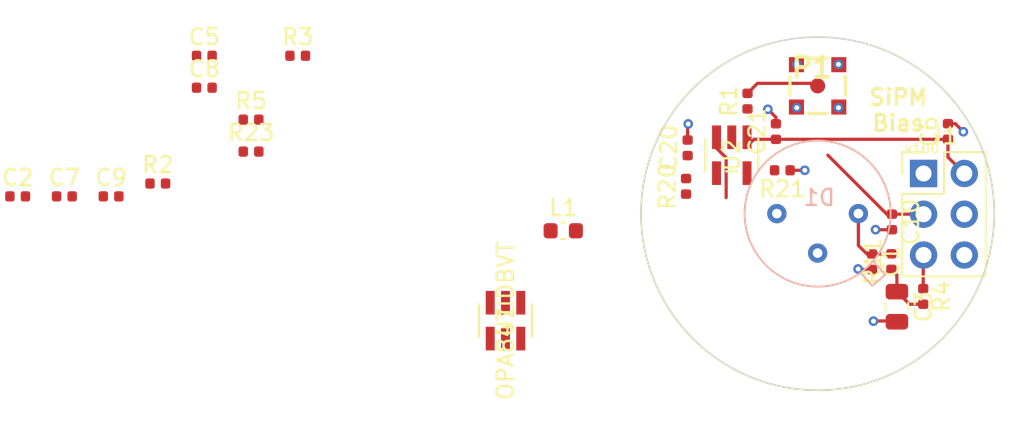
<source format=kicad_pcb>
(kicad_pcb (version 20190907) (host pcbnew "5.99.0-unknown-4135f0c~100~ubuntu18.04.1")

  (general
    (thickness 1.6)
    (drawings 7)
    (tracks 55)
    (modules 26)
    (nets 15)
  )

  (page "A4")
  (layers
    (0 "F.Cu" signal)
    (31 "B.Cu" signal)
    (32 "B.Adhes" user)
    (33 "F.Adhes" user)
    (34 "B.Paste" user)
    (35 "F.Paste" user)
    (36 "B.SilkS" user)
    (37 "F.SilkS" user)
    (38 "B.Mask" user)
    (39 "F.Mask" user)
    (40 "Dwgs.User" user)
    (41 "Cmts.User" user)
    (42 "Eco1.User" user)
    (43 "Eco2.User" user)
    (44 "Edge.Cuts" user)
    (45 "Margin" user)
    (46 "B.CrtYd" user hide)
    (47 "F.CrtYd" user hide)
    (48 "B.Fab" user)
    (49 "F.Fab" user hide)
  )

  (setup
    (last_trace_width 0.2)
    (user_trace_width 0.2)
    (user_trace_width 0.25)
    (user_trace_width 0.5)
    (trace_clearance 0.2)
    (zone_clearance 0.2)
    (zone_45_only no)
    (trace_min 0.2)
    (via_size 0.6)
    (via_drill 0.3)
    (via_min_size 0.4)
    (via_min_drill 0.3)
    (uvia_size 0.3)
    (uvia_drill 0.1)
    (uvias_allowed no)
    (uvia_min_size 0.2)
    (uvia_min_drill 0.1)
    (max_error 0.005)
    (defaults
      (edge_clearance 0.01)
      (edge_cuts_line_width 0.05)
      (courtyard_line_width 0.05)
      (copper_line_width 0.2)
      (copper_text_dims (size 1.5 1.5) (thickness 0.3))
      (silk_line_width 0.12)
      (silk_text_dims (size 1 1) (thickness 0.15))
      (other_layers_line_width 0.1)
      (other_layers_text_dims (size 1 1) (thickness 0.15))
    )
    (pad_size 1 1)
    (pad_drill 0.45)
    (pad_to_mask_clearance 0)
    (solder_mask_min_width 0.25)
    (aux_axis_origin 0 0)
    (visible_elements FFFFFF7F)
    (pcbplotparams
      (layerselection 0x010fc_ffffffff)
      (usegerberextensions false)
      (usegerberattributes false)
      (usegerberadvancedattributes false)
      (creategerberjobfile false)
      (excludeedgelayer true)
      (linewidth 0.100000)
      (plotframeref false)
      (viasonmask false)
      (mode 1)
      (useauxorigin false)
      (hpglpennumber 1)
      (hpglpenspeed 20)
      (hpglpendiameter 15.000000)
      (psnegative false)
      (psa4output false)
      (plotreference true)
      (plotvalue true)
      (plotinvisibletext false)
      (padsonsilk false)
      (subtractmaskfromsilk false)
      (outputformat 1)
      (mirror false)
      (drillshape 0)
      (scaleselection 1)
      (outputdirectory "../manufacturing/gerber/")
    )
  )

  (net 0 "")
  (net 1 "GND")
  (net 2 "/VBiasFilt")
  (net 3 "Net-(C2-Pad2)")
  (net 4 "Net-(C2-Pad1)")
  (net 5 "Net-(C3-Pad1)")
  (net 6 "VDDA")
  (net 7 "VSSA")
  (net 8 "/OUT")
  (net 9 "Net-(R1-Pad1)")
  (net 10 "Net-(R23-Pad2)")
  (net 11 "Net-(L1-Pad1)")
  (net 12 "Net-(R20-Pad1)")
  (net 13 "Net-(C7-Pad1)")
  (net 14 "+VDC")

  (net_class "Default" "This is the default net class."
    (clearance 0.2)
    (trace_width 0.2)
    (via_dia 0.6)
    (via_drill 0.3)
    (uvia_dia 0.3)
    (uvia_drill 0.1)
    (add_net "+5V")
    (add_net "+VDC")
    (add_net "/OUT")
    (add_net "/VBiasFilt")
    (add_net "GND")
    (add_net "Net-(C2-Pad1)")
    (add_net "Net-(C2-Pad2)")
    (add_net "Net-(C3-Pad1)")
    (add_net "Net-(C7-Pad1)")
    (add_net "Net-(J1-Pad4)")
    (add_net "Net-(L1-Pad1)")
    (add_net "Net-(R1-Pad1)")
    (add_net "Net-(R20-Pad1)")
    (add_net "Net-(R23-Pad2)")
    (add_net "Net-(U1-Pad5)")
    (add_net "VDDA")
    (add_net "VSSA")
  )

  (module "footprints:PinHeader_2x03_P2.54mm_Vertical" (layer "F.Cu") (tedit 59FED5CC) (tstamp 5DB9FD09)
    (at 206.6 97.5)
    (descr "Through hole straight pin header, 2x03, 2.54mm pitch, double rows")
    (tags "Through hole pin header THT 2x03 2.54mm double row")
    (path "/5DBA068E")
    (fp_text reference "J1" (at 1.27 -2.33) (layer "F.SilkS")
      (effects (font (size 1 1) (thickness 0.15)))
    )
    (fp_text value "Conn_01x06" (at 1.27 7.41) (layer "F.Fab")
      (effects (font (size 1 1) (thickness 0.15)))
    )
    (fp_line (start 0 -1.27) (end 3.81 -1.27) (layer "F.Fab") (width 0.1))
    (fp_line (start 3.81 -1.27) (end 3.81 6.35) (layer "F.Fab") (width 0.1))
    (fp_line (start 3.81 6.35) (end -1.27 6.35) (layer "F.Fab") (width 0.1))
    (fp_line (start -1.27 6.35) (end -1.27 0) (layer "F.Fab") (width 0.1))
    (fp_line (start -1.27 0) (end 0 -1.27) (layer "F.Fab") (width 0.1))
    (fp_line (start -1.33 6.41) (end 3.87 6.41) (layer "F.SilkS") (width 0.12))
    (fp_line (start -1.33 1.27) (end -1.33 6.41) (layer "F.SilkS") (width 0.12))
    (fp_line (start 3.87 -1.33) (end 3.87 6.41) (layer "F.SilkS") (width 0.12))
    (fp_line (start -1.33 1.27) (end 1.27 1.27) (layer "F.SilkS") (width 0.12))
    (fp_line (start 1.27 1.27) (end 1.27 -1.33) (layer "F.SilkS") (width 0.12))
    (fp_line (start 1.27 -1.33) (end 3.87 -1.33) (layer "F.SilkS") (width 0.12))
    (fp_line (start -1.33 0) (end -1.33 -1.33) (layer "F.SilkS") (width 0.12))
    (fp_line (start -1.33 -1.33) (end 0 -1.33) (layer "F.SilkS") (width 0.12))
    (fp_line (start -1.8 -1.8) (end -1.8 6.85) (layer "F.CrtYd") (width 0.05))
    (fp_line (start -1.8 6.85) (end 4.35 6.85) (layer "F.CrtYd") (width 0.05))
    (fp_line (start 4.35 6.85) (end 4.35 -1.8) (layer "F.CrtYd") (width 0.05))
    (fp_line (start 4.35 -1.8) (end -1.8 -1.8) (layer "F.CrtYd") (width 0.05))
    (fp_text user "%R" (at 1.27 2.54 90) (layer "F.Fab")
      (effects (font (size 1 1) (thickness 0.15)))
    )
    (pad "6" thru_hole oval (at 2.54 5.08) (size 1.7 1.7) (drill 1) (layers *.Cu *.Mask)
      (net 1 "GND"))
    (pad "5" thru_hole oval (at 0 5.08) (size 1.7 1.7) (drill 1) (layers *.Cu *.Mask)
      (net 14 "+VDC"))
    (pad "4" thru_hole oval (at 2.54 2.54) (size 1.7 1.7) (drill 1) (layers *.Cu *.Mask))
    (pad "3" thru_hole oval (at 0 2.54) (size 1.7 1.7) (drill 1) (layers *.Cu *.Mask)
      (net 7 "VSSA"))
    (pad "2" thru_hole oval (at 2.54 0) (size 1.7 1.7) (drill 1) (layers *.Cu *.Mask)
      (net 6 "VDDA"))
    (pad "1" thru_hole rect (at 0 0) (size 1.7 1.7) (drill 1) (layers *.Cu *.Mask))
    (model "${KISYS3DMOD}/Connector_PinHeader_2.54mm.3dshapes/PinHeader_2x03_P2.54mm_Vertical.wrl"
      (at (xyz 0 0 0))
      (scale (xyz 1 1 1))
      (rotate (xyz 0 0 0))
    )
  )

  (module "footprints:OPA843IDBVT" (layer "F.Cu") (tedit 5DB9EF72) (tstamp 5DB9D2AA)
    (at 194.65 96.36 -90)
    (path "/5DBB24C2")
    (fp_text reference "U2" (at 0 0 90) (layer "F.SilkS")
      (effects (font (size 1 1) (thickness 0.15)))
    )
    (fp_text value "OPA843IDBVT" (at 0 0 90) (layer "F.SilkS") hide
      (effects (font (size 1 1) (thickness 0.15)))
    )
    (fp_arc (start 0 -1.524) (end 0.3048 -1.524) (angle 180) (layer "F.Fab") (width 0.1524))
    (fp_line (start 1.1303 1.778) (end -1.1303 1.778) (layer "F.CrtYd") (width 0.1524))
    (fp_line (start 1.1303 1.4834) (end 1.1303 1.778) (layer "F.CrtYd") (width 0.1524))
    (fp_line (start 2.1082 1.4834) (end 1.1303 1.4834) (layer "F.CrtYd") (width 0.1524))
    (fp_line (start 2.1082 -1.4834) (end 2.1082 1.4834) (layer "F.CrtYd") (width 0.1524))
    (fp_line (start 1.1303 -1.4834) (end 2.1082 -1.4834) (layer "F.CrtYd") (width 0.1524))
    (fp_line (start 1.1303 -1.778) (end 1.1303 -1.4834) (layer "F.CrtYd") (width 0.1524))
    (fp_line (start -1.1303 -1.778) (end 1.1303 -1.778) (layer "F.CrtYd") (width 0.1524))
    (fp_line (start -1.1303 -1.4834) (end -1.1303 -1.778) (layer "F.CrtYd") (width 0.1524))
    (fp_line (start -2.1082 -1.4834) (end -1.1303 -1.4834) (layer "F.CrtYd") (width 0.1524))
    (fp_line (start -2.1082 1.4834) (end -2.1082 -1.4834) (layer "F.CrtYd") (width 0.1524))
    (fp_line (start -1.1303 1.4834) (end -2.1082 1.4834) (layer "F.CrtYd") (width 0.1524))
    (fp_line (start -1.1303 1.778) (end -1.1303 1.4834) (layer "F.CrtYd") (width 0.1524))
    (fp_line (start 1.4986 -1.204) (end 0.8763 -1.204) (layer "F.Fab") (width 0.1524))
    (fp_line (start 1.4986 -0.696) (end 1.4986 -1.204) (layer "F.Fab") (width 0.1524))
    (fp_line (start 0.8763 -0.696) (end 1.4986 -0.696) (layer "F.Fab") (width 0.1524))
    (fp_line (start 0.8763 -1.204) (end 0.8763 -0.696) (layer "F.Fab") (width 0.1524))
    (fp_line (start 1.4986 0.696) (end 0.8763 0.696) (layer "F.Fab") (width 0.1524))
    (fp_line (start 1.4986 1.204) (end 1.4986 0.696) (layer "F.Fab") (width 0.1524))
    (fp_line (start 0.8763 1.204) (end 1.4986 1.204) (layer "F.Fab") (width 0.1524))
    (fp_line (start 0.8763 0.696) (end 0.8763 1.204) (layer "F.Fab") (width 0.1524))
    (fp_line (start -1.4986 1.204) (end -0.8763 1.204) (layer "F.Fab") (width 0.1524))
    (fp_line (start -1.4986 0.696) (end -1.4986 1.204) (layer "F.Fab") (width 0.1524))
    (fp_line (start -0.8763 0.696) (end -1.4986 0.696) (layer "F.Fab") (width 0.1524))
    (fp_line (start -0.8763 1.204) (end -0.8763 0.696) (layer "F.Fab") (width 0.1524))
    (fp_line (start -1.4986 0.254) (end -0.8763 0.254) (layer "F.Fab") (width 0.1524))
    (fp_line (start -1.4986 -0.254) (end -1.4986 0.254) (layer "F.Fab") (width 0.1524))
    (fp_line (start -0.8763 -0.254) (end -1.4986 -0.254) (layer "F.Fab") (width 0.1524))
    (fp_line (start -0.8763 0.254) (end -0.8763 -0.254) (layer "F.Fab") (width 0.1524))
    (fp_line (start -1.4986 -0.696) (end -0.8763 -0.696) (layer "F.Fab") (width 0.1524))
    (fp_line (start -1.4986 -1.204) (end -1.4986 -0.696) (layer "F.Fab") (width 0.1524))
    (fp_line (start -0.8763 -1.204) (end -1.4986 -1.204) (layer "F.Fab") (width 0.1524))
    (fp_line (start -0.8763 -0.696) (end -0.8763 -1.204) (layer "F.Fab") (width 0.1524))
    (fp_line (start -0.8763 -1.524) (end -0.8763 1.524) (layer "F.Fab") (width 0.1524))
    (fp_line (start 0.8763 -1.524) (end -0.8763 -1.524) (layer "F.Fab") (width 0.1524))
    (fp_line (start 0.8763 1.524) (end 0.8763 -1.524) (layer "F.Fab") (width 0.1524))
    (fp_line (start -0.8763 1.524) (end 0.8763 1.524) (layer "F.Fab") (width 0.1524))
    (fp_line (start 1.0033 -1.651) (end -1.0033 -1.651) (layer "F.SilkS") (width 0.1524))
    (fp_line (start 1.0033 0.337861) (end 1.0033 -0.337861) (layer "F.SilkS") (width 0.1524))
    (fp_line (start -1.0033 1.651) (end 1.0033 1.651) (layer "F.SilkS") (width 0.1524))
    (fp_text user "*" (at -0.6223 -1.6866 90) (layer "F.Fab")
      (effects (font (size 1 1) (thickness 0.15)))
    )
    (fp_text user "*" (at -0.6223 -1.6866 90) (layer "F.Fab")
      (effects (font (size 1 1) (thickness 0.15)))
    )
    (fp_text user "Copyright 2016 Accelerated Designs. All rights reserved." (at 0 0 90) (layer "Cmts.User")
      (effects (font (size 0.127 0.127) (thickness 0.002)))
    )
    (pad "1" smd rect (at -1.1176 -0.950001 270) (size 1.4732 0.5588) (layers "F.Cu" "F.Paste" "F.Mask")
      (net 9 "Net-(R1-Pad1)"))
    (pad "2" smd rect (at -1.1176 0 270) (size 1.4732 0.5588) (layers "F.Cu" "F.Paste" "F.Mask")
      (net 7 "VSSA"))
    (pad "3" smd rect (at -1.1176 0.950001 270) (size 1.4732 0.5588) (layers "F.Cu" "F.Paste" "F.Mask")
      (net 10 "Net-(R23-Pad2)"))
    (pad "4" smd rect (at 1.1176 0.950001 270) (size 1.4732 0.5588) (layers "F.Cu" "F.Paste" "F.Mask")
      (net 12 "Net-(R20-Pad1)"))
    (pad "5" smd rect (at 1.1176 -0.950001 270) (size 1.4732 0.5588) (layers "F.Cu" "F.Paste" "F.Mask")
      (net 6 "VDDA"))
    (model "${KIPRJMOD}/step/DBV5.step"
      (at (xyz 0 0 0))
      (scale (xyz 1 1 1))
      (rotate (xyz 0 0 0))
    )
  )

  (module "footprints:OPA847IDBVT" (layer "F.Cu") (tedit 5DB9EF54) (tstamp 5DB9D276)
    (at 180.55 106.67 90)
    (path "/5DBB3064")
    (fp_text reference "U1" (at 0 0 90) (layer "F.SilkS")
      (effects (font (size 1 1) (thickness 0.15)))
    )
    (fp_text value "OPA847IDBVT" (at 0 0 90) (layer "F.SilkS")
      (effects (font (size 1 1) (thickness 0.15)))
    )
    (fp_arc (start 0 -1.524) (end 0.3048 -1.524) (angle 180) (layer "F.Fab") (width 0.1524))
    (fp_line (start -1.1303 1.4834) (end -2.1082 1.4834) (layer "F.CrtYd") (width 0.1524))
    (fp_line (start -1.1303 1.778) (end -1.1303 1.4834) (layer "F.CrtYd") (width 0.1524))
    (fp_line (start 1.1303 1.778) (end -1.1303 1.778) (layer "F.CrtYd") (width 0.1524))
    (fp_line (start 1.1303 1.4834) (end 1.1303 1.778) (layer "F.CrtYd") (width 0.1524))
    (fp_line (start 2.1082 1.4834) (end 1.1303 1.4834) (layer "F.CrtYd") (width 0.1524))
    (fp_line (start 2.1082 -1.4834) (end 2.1082 1.4834) (layer "F.CrtYd") (width 0.1524))
    (fp_line (start 1.1303 -1.4834) (end 2.1082 -1.4834) (layer "F.CrtYd") (width 0.1524))
    (fp_line (start 1.1303 -1.778) (end 1.1303 -1.4834) (layer "F.CrtYd") (width 0.1524))
    (fp_line (start -1.1303 -1.778) (end 1.1303 -1.778) (layer "F.CrtYd") (width 0.1524))
    (fp_line (start -1.1303 -1.4834) (end -1.1303 -1.778) (layer "F.CrtYd") (width 0.1524))
    (fp_line (start -2.1082 -1.4834) (end -1.1303 -1.4834) (layer "F.CrtYd") (width 0.1524))
    (fp_line (start -2.1082 1.4834) (end -2.1082 -1.4834) (layer "F.CrtYd") (width 0.1524))
    (fp_line (start -0.8763 -1.524) (end -0.8763 1.524) (layer "F.Fab") (width 0.1524))
    (fp_line (start 0.8763 -1.524) (end -0.8763 -1.524) (layer "F.Fab") (width 0.1524))
    (fp_line (start 0.8763 1.524) (end 0.8763 -1.524) (layer "F.Fab") (width 0.1524))
    (fp_line (start -0.8763 1.524) (end 0.8763 1.524) (layer "F.Fab") (width 0.1524))
    (fp_line (start 1.0033 -1.651) (end -1.0033 -1.651) (layer "F.SilkS") (width 0.1524))
    (fp_line (start -1.0033 1.651) (end 1.0033 1.651) (layer "F.SilkS") (width 0.1524))
    (fp_line (start 1.4986 -1.204) (end 0.8763 -1.204) (layer "F.Fab") (width 0.1524))
    (fp_line (start 1.4986 -0.696) (end 1.4986 -1.204) (layer "F.Fab") (width 0.1524))
    (fp_line (start 0.8763 -0.696) (end 1.4986 -0.696) (layer "F.Fab") (width 0.1524))
    (fp_line (start 0.8763 -1.204) (end 0.8763 -0.696) (layer "F.Fab") (width 0.1524))
    (fp_line (start 1.4986 -0.254) (end 0.8763 -0.254) (layer "F.Fab") (width 0.1524))
    (fp_line (start 1.4986 0.254) (end 1.4986 -0.254) (layer "F.Fab") (width 0.1524))
    (fp_line (start 0.8763 0.254) (end 1.4986 0.254) (layer "F.Fab") (width 0.1524))
    (fp_line (start 0.8763 -0.254) (end 0.8763 0.254) (layer "F.Fab") (width 0.1524))
    (fp_line (start 1.4986 0.696) (end 0.8763 0.696) (layer "F.Fab") (width 0.1524))
    (fp_line (start 1.4986 1.204) (end 1.4986 0.696) (layer "F.Fab") (width 0.1524))
    (fp_line (start 0.8763 1.204) (end 1.4986 1.204) (layer "F.Fab") (width 0.1524))
    (fp_line (start 0.8763 0.696) (end 0.8763 1.204) (layer "F.Fab") (width 0.1524))
    (fp_line (start -1.4986 1.204) (end -0.8763 1.204) (layer "F.Fab") (width 0.1524))
    (fp_line (start -1.4986 0.696) (end -1.4986 1.204) (layer "F.Fab") (width 0.1524))
    (fp_line (start -0.8763 0.696) (end -1.4986 0.696) (layer "F.Fab") (width 0.1524))
    (fp_line (start -0.8763 1.204) (end -0.8763 0.696) (layer "F.Fab") (width 0.1524))
    (fp_line (start -1.4986 0.254) (end -0.8763 0.254) (layer "F.Fab") (width 0.1524))
    (fp_line (start -1.4986 -0.254) (end -1.4986 0.254) (layer "F.Fab") (width 0.1524))
    (fp_line (start -0.8763 -0.254) (end -1.4986 -0.254) (layer "F.Fab") (width 0.1524))
    (fp_line (start -0.8763 0.254) (end -0.8763 -0.254) (layer "F.Fab") (width 0.1524))
    (fp_line (start -1.4986 -0.696) (end -0.8763 -0.696) (layer "F.Fab") (width 0.1524))
    (fp_line (start -1.4986 -1.204) (end -1.4986 -0.696) (layer "F.Fab") (width 0.1524))
    (fp_line (start -0.8763 -1.204) (end -1.4986 -1.204) (layer "F.Fab") (width 0.1524))
    (fp_line (start -0.8763 -0.696) (end -0.8763 -1.204) (layer "F.Fab") (width 0.1524))
    (fp_text user "*" (at -0.4953 -1.4478 90) (layer "F.Fab")
      (effects (font (size 1 1) (thickness 0.15)))
    )
    (fp_text user "*" (at -0.4953 -1.4478 90) (layer "F.Fab")
      (effects (font (size 1 1) (thickness 0.15)))
    )
    (fp_text user "Copyright 2016 Accelerated Designs. All rights reserved." (at 0 0 90) (layer "Cmts.User")
      (effects (font (size 0.127 0.127) (thickness 0.002)))
    )
    (pad "1" smd rect (at -1.1176 -0.950001 90) (size 1.4732 0.5588) (layers "F.Cu" "F.Paste" "F.Mask")
      (net 3 "Net-(C2-Pad2)"))
    (pad "2" smd rect (at -1.1176 0 90) (size 1.4732 0.5588) (layers "F.Cu" "F.Paste" "F.Mask")
      (net 7 "VSSA"))
    (pad "3" smd rect (at -1.1176 0.950001 90) (size 1.4732 0.5588) (layers "F.Cu" "F.Paste" "F.Mask")
      (net 13 "Net-(C7-Pad1)"))
    (pad "4" smd rect (at 1.1176 0.950001 90) (size 1.4732 0.5588) (layers "F.Cu" "F.Paste" "F.Mask")
      (net 4 "Net-(C2-Pad1)"))
    (pad "5" smd rect (at 1.1176 0 90) (size 1.4732 0.5588) (layers "F.Cu" "F.Paste" "F.Mask"))
    (pad "6" smd rect (at 1.1176 -0.950001 90) (size 1.4732 0.5588) (layers "F.Cu" "F.Paste" "F.Mask")
      (net 6 "VDDA"))
    (model "${KIPRJMOD}/step/DBV6.step"
      (at (xyz 0 0 0))
      (scale (xyz 1 1 1))
      (rotate (xyz 0 0 0))
    )
  )

  (module "footprints:R_0402_1005Metric" (layer "F.Cu") (tedit 5DB9F04F) (tstamp 5DB9CAE1)
    (at 164.695001 96.135001)
    (descr "Resistor SMD 0402 (1005 Metric), square (rectangular) end terminal, IPC_7351 nominal, (Body size source: http://www.tortai-tech.com/upload/download/2011102023233369053.pdf), generated with kicad-footprint-generator")
    (tags "resistor")
    (path "/5DBFFA95")
    (attr smd)
    (fp_text reference "R23" (at 0 -1.17) (layer "F.SilkS")
      (effects (font (size 1 1) (thickness 0.15)))
    )
    (fp_text value "220" (at 0 1.17) (layer "F.Fab")
      (effects (font (size 1 1) (thickness 0.15)))
    )
    (fp_line (start -0.5 0.25) (end -0.5 -0.25) (layer "F.Fab") (width 0.1))
    (fp_line (start -0.5 -0.25) (end 0.5 -0.25) (layer "F.Fab") (width 0.1))
    (fp_line (start 0.5 -0.25) (end 0.5 0.25) (layer "F.Fab") (width 0.1))
    (fp_line (start 0.5 0.25) (end -0.5 0.25) (layer "F.Fab") (width 0.1))
    (fp_line (start -0.93 0.47) (end -0.93 -0.47) (layer "F.CrtYd") (width 0.05))
    (fp_line (start -0.93 -0.47) (end 0.93 -0.47) (layer "F.CrtYd") (width 0.05))
    (fp_line (start 0.93 -0.47) (end 0.93 0.47) (layer "F.CrtYd") (width 0.05))
    (fp_line (start 0.93 0.47) (end -0.93 0.47) (layer "F.CrtYd") (width 0.05))
    (fp_text user "%R" (at 0 0) (layer "F.Fab")
      (effects (font (size 0.25 0.25) (thickness 0.04)))
    )
    (pad "2" smd roundrect (at 0.485 0) (size 0.59 0.64) (layers "F.Cu" "F.Paste" "F.Mask") (roundrect_rratio 0.25)
      (net 10 "Net-(R23-Pad2)"))
    (pad "1" smd roundrect (at -0.485 0) (size 0.59 0.64) (layers "F.Cu" "F.Paste" "F.Mask") (roundrect_rratio 0.25)
      (net 3 "Net-(C2-Pad2)"))
    (model "${KIPRJMOD}/step/R_0402_1005Metric.step"
      (at (xyz 0 0 0))
      (scale (xyz 1 1 1))
      (rotate (xyz 0 0 0))
    )
  )

  (module "footprints:R_0402_1005Metric" (layer "F.Cu") (tedit 5DB9F04F) (tstamp 5DB9CAD2)
    (at 197.8 97.3 180)
    (descr "Resistor SMD 0402 (1005 Metric), square (rectangular) end terminal, IPC_7351 nominal, (Body size source: http://www.tortai-tech.com/upload/download/2011102023233369053.pdf), generated with kicad-footprint-generator")
    (tags "resistor")
    (path "/5DC3EC05")
    (attr smd)
    (fp_text reference "R21" (at 0 -1.17) (layer "F.SilkS")
      (effects (font (size 1 1) (thickness 0.15)))
    )
    (fp_text value "422" (at 0 1.17) (layer "F.Fab")
      (effects (font (size 1 1) (thickness 0.15)))
    )
    (fp_line (start -0.5 0.25) (end -0.5 -0.25) (layer "F.Fab") (width 0.1))
    (fp_line (start -0.5 -0.25) (end 0.5 -0.25) (layer "F.Fab") (width 0.1))
    (fp_line (start 0.5 -0.25) (end 0.5 0.25) (layer "F.Fab") (width 0.1))
    (fp_line (start 0.5 0.25) (end -0.5 0.25) (layer "F.Fab") (width 0.1))
    (fp_line (start -0.93 0.47) (end -0.93 -0.47) (layer "F.CrtYd") (width 0.05))
    (fp_line (start -0.93 -0.47) (end 0.93 -0.47) (layer "F.CrtYd") (width 0.05))
    (fp_line (start 0.93 -0.47) (end 0.93 0.47) (layer "F.CrtYd") (width 0.05))
    (fp_line (start 0.93 0.47) (end -0.93 0.47) (layer "F.CrtYd") (width 0.05))
    (fp_text user "%R" (at 0 0) (layer "F.Fab")
      (effects (font (size 0.25 0.25) (thickness 0.04)))
    )
    (pad "2" smd roundrect (at 0.485 0 180) (size 0.59 0.64) (layers "F.Cu" "F.Paste" "F.Mask") (roundrect_rratio 0.25)
      (net 12 "Net-(R20-Pad1)"))
    (pad "1" smd roundrect (at -0.485 0 180) (size 0.59 0.64) (layers "F.Cu" "F.Paste" "F.Mask") (roundrect_rratio 0.25)
      (net 1 "GND"))
    (model "${KIPRJMOD}/step/R_0402_1005Metric.step"
      (at (xyz 0 0 0))
      (scale (xyz 1 1 1))
      (rotate (xyz 0 0 0))
    )
  )

  (module "footprints:R_0402_1005Metric" (layer "F.Cu") (tedit 5DB9F04F) (tstamp 5DBA1437)
    (at 191.8 98.3 90)
    (descr "Resistor SMD 0402 (1005 Metric), square (rectangular) end terminal, IPC_7351 nominal, (Body size source: http://www.tortai-tech.com/upload/download/2011102023233369053.pdf), generated with kicad-footprint-generator")
    (tags "resistor")
    (path "/5DC3EBFF")
    (attr smd)
    (fp_text reference "R20" (at 0 -1.17 90) (layer "F.SilkS")
      (effects (font (size 1 1) (thickness 0.15)))
    )
    (fp_text value "422" (at 0 1.17 90) (layer "F.Fab")
      (effects (font (size 1 1) (thickness 0.15)))
    )
    (fp_line (start -0.5 0.25) (end -0.5 -0.25) (layer "F.Fab") (width 0.1))
    (fp_line (start -0.5 -0.25) (end 0.5 -0.25) (layer "F.Fab") (width 0.1))
    (fp_line (start 0.5 -0.25) (end 0.5 0.25) (layer "F.Fab") (width 0.1))
    (fp_line (start 0.5 0.25) (end -0.5 0.25) (layer "F.Fab") (width 0.1))
    (fp_line (start -0.93 0.47) (end -0.93 -0.47) (layer "F.CrtYd") (width 0.05))
    (fp_line (start -0.93 -0.47) (end 0.93 -0.47) (layer "F.CrtYd") (width 0.05))
    (fp_line (start 0.93 -0.47) (end 0.93 0.47) (layer "F.CrtYd") (width 0.05))
    (fp_line (start 0.93 0.47) (end -0.93 0.47) (layer "F.CrtYd") (width 0.05))
    (fp_text user "%R" (at 0 0 90) (layer "F.Fab")
      (effects (font (size 0.25 0.25) (thickness 0.04)))
    )
    (pad "2" smd roundrect (at 0.485 0 90) (size 0.59 0.64) (layers "F.Cu" "F.Paste" "F.Mask") (roundrect_rratio 0.25)
      (net 9 "Net-(R1-Pad1)"))
    (pad "1" smd roundrect (at -0.485 0 90) (size 0.59 0.64) (layers "F.Cu" "F.Paste" "F.Mask") (roundrect_rratio 0.25)
      (net 12 "Net-(R20-Pad1)"))
    (model "${KIPRJMOD}/step/R_0402_1005Metric.step"
      (at (xyz 0 0 0))
      (scale (xyz 1 1 1))
      (rotate (xyz 0 0 0))
    )
  )

  (module "footprints:R_0402_1005Metric" (layer "F.Cu") (tedit 5DB9F04F) (tstamp 5DB9CAB4)
    (at 204.59 102.99 90)
    (descr "Resistor SMD 0402 (1005 Metric), square (rectangular) end terminal, IPC_7351 nominal, (Body size source: http://www.tortai-tech.com/upload/download/2011102023233369053.pdf), generated with kicad-footprint-generator")
    (tags "resistor")
    (path "/5DBC3104")
    (attr smd)
    (fp_text reference "R11" (at 0 -1.17 90) (layer "F.SilkS")
      (effects (font (size 1 1) (thickness 0.15)))
    )
    (fp_text value "36" (at 0 1.17 90) (layer "F.Fab")
      (effects (font (size 1 1) (thickness 0.15)))
    )
    (fp_line (start -0.5 0.25) (end -0.5 -0.25) (layer "F.Fab") (width 0.1))
    (fp_line (start -0.5 -0.25) (end 0.5 -0.25) (layer "F.Fab") (width 0.1))
    (fp_line (start 0.5 -0.25) (end 0.5 0.25) (layer "F.Fab") (width 0.1))
    (fp_line (start 0.5 0.25) (end -0.5 0.25) (layer "F.Fab") (width 0.1))
    (fp_line (start -0.93 0.47) (end -0.93 -0.47) (layer "F.CrtYd") (width 0.05))
    (fp_line (start -0.93 -0.47) (end 0.93 -0.47) (layer "F.CrtYd") (width 0.05))
    (fp_line (start 0.93 -0.47) (end 0.93 0.47) (layer "F.CrtYd") (width 0.05))
    (fp_line (start 0.93 0.47) (end -0.93 0.47) (layer "F.CrtYd") (width 0.05))
    (fp_text user "%R" (at 0 0 90) (layer "F.Fab")
      (effects (font (size 0.25 0.25) (thickness 0.04)))
    )
    (pad "2" smd roundrect (at 0.485 0 90) (size 0.59 0.64) (layers "F.Cu" "F.Paste" "F.Mask") (roundrect_rratio 0.25)
      (net 2 "/VBiasFilt"))
    (pad "1" smd roundrect (at -0.485 0 90) (size 0.59 0.64) (layers "F.Cu" "F.Paste" "F.Mask") (roundrect_rratio 0.25)
      (net 5 "Net-(C3-Pad1)"))
    (model "${KIPRJMOD}/step/R_0402_1005Metric.step"
      (at (xyz 0 0 0))
      (scale (xyz 1 1 1))
      (rotate (xyz 0 0 0))
    )
  )

  (module "footprints:R_0402_1005Metric" (layer "F.Cu") (tedit 5DB9F04F) (tstamp 5DB9CAA5)
    (at 164.695001 94.145001)
    (descr "Resistor SMD 0402 (1005 Metric), square (rectangular) end terminal, IPC_7351 nominal, (Body size source: http://www.tortai-tech.com/upload/download/2011102023233369053.pdf), generated with kicad-footprint-generator")
    (tags "resistor")
    (path "/5DC01001")
    (attr smd)
    (fp_text reference "R5" (at 0 -1.17) (layer "F.SilkS")
      (effects (font (size 1 1) (thickness 0.15)))
    )
    (fp_text value "28" (at 0 1.17) (layer "F.Fab")
      (effects (font (size 1 1) (thickness 0.15)))
    )
    (fp_line (start -0.5 0.25) (end -0.5 -0.25) (layer "F.Fab") (width 0.1))
    (fp_line (start -0.5 -0.25) (end 0.5 -0.25) (layer "F.Fab") (width 0.1))
    (fp_line (start 0.5 -0.25) (end 0.5 0.25) (layer "F.Fab") (width 0.1))
    (fp_line (start 0.5 0.25) (end -0.5 0.25) (layer "F.Fab") (width 0.1))
    (fp_line (start -0.93 0.47) (end -0.93 -0.47) (layer "F.CrtYd") (width 0.05))
    (fp_line (start -0.93 -0.47) (end 0.93 -0.47) (layer "F.CrtYd") (width 0.05))
    (fp_line (start 0.93 -0.47) (end 0.93 0.47) (layer "F.CrtYd") (width 0.05))
    (fp_line (start 0.93 0.47) (end -0.93 0.47) (layer "F.CrtYd") (width 0.05))
    (fp_text user "%R" (at 0 0) (layer "F.Fab")
      (effects (font (size 0.25 0.25) (thickness 0.04)))
    )
    (pad "2" smd roundrect (at 0.485 0) (size 0.59 0.64) (layers "F.Cu" "F.Paste" "F.Mask") (roundrect_rratio 0.25)
      (net 10 "Net-(R23-Pad2)"))
    (pad "1" smd roundrect (at -0.485 0) (size 0.59 0.64) (layers "F.Cu" "F.Paste" "F.Mask") (roundrect_rratio 0.25)
      (net 11 "Net-(L1-Pad1)"))
    (model "${KIPRJMOD}/step/R_0402_1005Metric.step"
      (at (xyz 0 0 0))
      (scale (xyz 1 1 1))
      (rotate (xyz 0 0 0))
    )
  )

  (module "footprints:R_0402_1005Metric" (layer "F.Cu") (tedit 5DB9F04F) (tstamp 5DB9CA96)
    (at 206.58 105.16 -90)
    (descr "Resistor SMD 0402 (1005 Metric), square (rectangular) end terminal, IPC_7351 nominal, (Body size source: http://www.tortai-tech.com/upload/download/2011102023233369053.pdf), generated with kicad-footprint-generator")
    (tags "resistor")
    (path "/5DBC2945")
    (attr smd)
    (fp_text reference "R4" (at 0 -1.17 90) (layer "F.SilkS")
      (effects (font (size 1 1) (thickness 0.15)))
    )
    (fp_text value "36" (at 0 1.17 90) (layer "F.Fab")
      (effects (font (size 1 1) (thickness 0.15)))
    )
    (fp_line (start -0.5 0.25) (end -0.5 -0.25) (layer "F.Fab") (width 0.1))
    (fp_line (start -0.5 -0.25) (end 0.5 -0.25) (layer "F.Fab") (width 0.1))
    (fp_line (start 0.5 -0.25) (end 0.5 0.25) (layer "F.Fab") (width 0.1))
    (fp_line (start 0.5 0.25) (end -0.5 0.25) (layer "F.Fab") (width 0.1))
    (fp_line (start -0.93 0.47) (end -0.93 -0.47) (layer "F.CrtYd") (width 0.05))
    (fp_line (start -0.93 -0.47) (end 0.93 -0.47) (layer "F.CrtYd") (width 0.05))
    (fp_line (start 0.93 -0.47) (end 0.93 0.47) (layer "F.CrtYd") (width 0.05))
    (fp_line (start 0.93 0.47) (end -0.93 0.47) (layer "F.CrtYd") (width 0.05))
    (fp_text user "%R" (at 0 0 90) (layer "F.Fab")
      (effects (font (size 0.25 0.25) (thickness 0.04)))
    )
    (pad "2" smd roundrect (at 0.485 0 270) (size 0.59 0.64) (layers "F.Cu" "F.Paste" "F.Mask") (roundrect_rratio 0.25)
      (net 5 "Net-(C3-Pad1)"))
    (pad "1" smd roundrect (at -0.485 0 270) (size 0.59 0.64) (layers "F.Cu" "F.Paste" "F.Mask") (roundrect_rratio 0.25)
      (net 14 "+VDC"))
    (model "${KIPRJMOD}/step/R_0402_1005Metric.step"
      (at (xyz 0 0 0))
      (scale (xyz 1 1 1))
      (rotate (xyz 0 0 0))
    )
  )

  (module "footprints:R_0402_1005Metric" (layer "F.Cu") (tedit 5DB9F04F) (tstamp 5DB9CA87)
    (at 167.605001 90.165001)
    (descr "Resistor SMD 0402 (1005 Metric), square (rectangular) end terminal, IPC_7351 nominal, (Body size source: http://www.tortai-tech.com/upload/download/2011102023233369053.pdf), generated with kicad-footprint-generator")
    (tags "resistor")
    (path "/5DBE81D1")
    (attr smd)
    (fp_text reference "R3" (at 0 -1.17) (layer "F.SilkS")
      (effects (font (size 1 1) (thickness 0.15)))
    )
    (fp_text value "1.5k" (at 0 1.17) (layer "F.Fab")
      (effects (font (size 1 1) (thickness 0.15)))
    )
    (fp_line (start -0.5 0.25) (end -0.5 -0.25) (layer "F.Fab") (width 0.1))
    (fp_line (start -0.5 -0.25) (end 0.5 -0.25) (layer "F.Fab") (width 0.1))
    (fp_line (start 0.5 -0.25) (end 0.5 0.25) (layer "F.Fab") (width 0.1))
    (fp_line (start 0.5 0.25) (end -0.5 0.25) (layer "F.Fab") (width 0.1))
    (fp_line (start -0.93 0.47) (end -0.93 -0.47) (layer "F.CrtYd") (width 0.05))
    (fp_line (start -0.93 -0.47) (end 0.93 -0.47) (layer "F.CrtYd") (width 0.05))
    (fp_line (start 0.93 -0.47) (end 0.93 0.47) (layer "F.CrtYd") (width 0.05))
    (fp_line (start 0.93 0.47) (end -0.93 0.47) (layer "F.CrtYd") (width 0.05))
    (fp_text user "%R" (at 0 0) (layer "F.Fab")
      (effects (font (size 0.25 0.25) (thickness 0.04)))
    )
    (pad "2" smd roundrect (at 0.485 0) (size 0.59 0.64) (layers "F.Cu" "F.Paste" "F.Mask") (roundrect_rratio 0.25)
      (net 13 "Net-(C7-Pad1)"))
    (pad "1" smd roundrect (at -0.485 0) (size 0.59 0.64) (layers "F.Cu" "F.Paste" "F.Mask") (roundrect_rratio 0.25)
      (net 1 "GND"))
    (model "${KIPRJMOD}/step/R_0402_1005Metric.step"
      (at (xyz 0 0 0))
      (scale (xyz 1 1 1))
      (rotate (xyz 0 0 0))
    )
  )

  (module "footprints:R_0402_1005Metric" (layer "F.Cu") (tedit 5DB9F04F) (tstamp 5DB9CA78)
    (at 158.885001 98.125001)
    (descr "Resistor SMD 0402 (1005 Metric), square (rectangular) end terminal, IPC_7351 nominal, (Body size source: http://www.tortai-tech.com/upload/download/2011102023233369053.pdf), generated with kicad-footprint-generator")
    (tags "resistor")
    (path "/5DBD7F8F")
    (attr smd)
    (fp_text reference "R2" (at 0 -1.17) (layer "F.SilkS")
      (effects (font (size 1 1) (thickness 0.15)))
    )
    (fp_text value "1.5k" (at 0 1.17) (layer "F.Fab")
      (effects (font (size 1 1) (thickness 0.15)))
    )
    (fp_line (start -0.5 0.25) (end -0.5 -0.25) (layer "F.Fab") (width 0.1))
    (fp_line (start -0.5 -0.25) (end 0.5 -0.25) (layer "F.Fab") (width 0.1))
    (fp_line (start 0.5 -0.25) (end 0.5 0.25) (layer "F.Fab") (width 0.1))
    (fp_line (start 0.5 0.25) (end -0.5 0.25) (layer "F.Fab") (width 0.1))
    (fp_line (start -0.93 0.47) (end -0.93 -0.47) (layer "F.CrtYd") (width 0.05))
    (fp_line (start -0.93 -0.47) (end 0.93 -0.47) (layer "F.CrtYd") (width 0.05))
    (fp_line (start 0.93 -0.47) (end 0.93 0.47) (layer "F.CrtYd") (width 0.05))
    (fp_line (start 0.93 0.47) (end -0.93 0.47) (layer "F.CrtYd") (width 0.05))
    (fp_text user "%R" (at 0 0) (layer "F.Fab")
      (effects (font (size 0.25 0.25) (thickness 0.04)))
    )
    (pad "2" smd roundrect (at 0.485 0) (size 0.59 0.64) (layers "F.Cu" "F.Paste" "F.Mask") (roundrect_rratio 0.25)
      (net 3 "Net-(C2-Pad2)"))
    (pad "1" smd roundrect (at -0.485 0) (size 0.59 0.64) (layers "F.Cu" "F.Paste" "F.Mask") (roundrect_rratio 0.25)
      (net 4 "Net-(C2-Pad1)"))
    (model "${KIPRJMOD}/step/R_0402_1005Metric.step"
      (at (xyz 0 0 0))
      (scale (xyz 1 1 1))
      (rotate (xyz 0 0 0))
    )
  )

  (module "footprints:R_0402_1005Metric" (layer "F.Cu") (tedit 5DB9F04F) (tstamp 5DB9CA69)
    (at 195.63 92.99 90)
    (descr "Resistor SMD 0402 (1005 Metric), square (rectangular) end terminal, IPC_7351 nominal, (Body size source: http://www.tortai-tech.com/upload/download/2011102023233369053.pdf), generated with kicad-footprint-generator")
    (tags "resistor")
    (path "/5DC497F6")
    (attr smd)
    (fp_text reference "R1" (at 0 -1.17 90) (layer "F.SilkS")
      (effects (font (size 1 1) (thickness 0.15)))
    )
    (fp_text value "49.9" (at 0 1.17 90) (layer "F.Fab")
      (effects (font (size 1 1) (thickness 0.15)))
    )
    (fp_line (start -0.5 0.25) (end -0.5 -0.25) (layer "F.Fab") (width 0.1))
    (fp_line (start -0.5 -0.25) (end 0.5 -0.25) (layer "F.Fab") (width 0.1))
    (fp_line (start 0.5 -0.25) (end 0.5 0.25) (layer "F.Fab") (width 0.1))
    (fp_line (start 0.5 0.25) (end -0.5 0.25) (layer "F.Fab") (width 0.1))
    (fp_line (start -0.93 0.47) (end -0.93 -0.47) (layer "F.CrtYd") (width 0.05))
    (fp_line (start -0.93 -0.47) (end 0.93 -0.47) (layer "F.CrtYd") (width 0.05))
    (fp_line (start 0.93 -0.47) (end 0.93 0.47) (layer "F.CrtYd") (width 0.05))
    (fp_line (start 0.93 0.47) (end -0.93 0.47) (layer "F.CrtYd") (width 0.05))
    (fp_text user "%R" (at 0 0 90) (layer "F.Fab")
      (effects (font (size 0.25 0.25) (thickness 0.04)))
    )
    (pad "2" smd roundrect (at 0.485 0 90) (size 0.59 0.64) (layers "F.Cu" "F.Paste" "F.Mask") (roundrect_rratio 0.25)
      (net 8 "/OUT"))
    (pad "1" smd roundrect (at -0.485 0 90) (size 0.59 0.64) (layers "F.Cu" "F.Paste" "F.Mask") (roundrect_rratio 0.25)
      (net 9 "Net-(R1-Pad1)"))
    (model "${KIPRJMOD}/step/R_0402_1005Metric.step"
      (at (xyz 0 0 0))
      (scale (xyz 1 1 1))
      (rotate (xyz 0 0 0))
    )
  )

  (module "footprints:73415-2063" (layer "F.Cu") (tedit 5DB9E5D5) (tstamp 5DB9E96C)
    (at 200 92.04)
    (descr "73415-2063")
    (tags "Connector")
    (path "/5DB9EB58")
    (attr smd)
    (fp_text reference "P1" (at -0.365 -1.136) (layer "F.SilkS")
      (effects (font (size 1.27 1.27) (thickness 0.254)))
    )
    (fp_text value "73415-2061" (at -0.365 -1.136) (layer "F.SilkS") hide
      (effects (font (size 1.27 1.27) (thickness 0.254)))
    )
    (fp_text user "%R" (at -0.365 -1.136) (layer "F.Fab")
      (effects (font (size 1.27 1.27) (thickness 0.254)))
    )
    (fp_line (start -1.725 -1.725) (end 1.725 -1.725) (layer "F.Fab") (width 0.2))
    (fp_line (start 1.725 -1.725) (end 1.725 1.725) (layer "F.Fab") (width 0.2))
    (fp_line (start 1.725 1.725) (end -1.725 1.725) (layer "F.Fab") (width 0.2))
    (fp_line (start -1.725 1.725) (end -1.725 -1.725) (layer "F.Fab") (width 0.2))
    (fp_line (start -1.725 -0.6) (end -1.725 0.6) (layer "F.SilkS") (width 0.2))
    (fp_line (start -0.6 1.725) (end 0.6 1.725) (layer "F.SilkS") (width 0.2))
    (fp_line (start 1.725 -0.6) (end 1.725 0.6) (layer "F.SilkS") (width 0.2))
    (fp_line (start -0.6 -1.725) (end 0.6 -1.725) (layer "F.SilkS") (width 0.2))
    (pad "5" smd rect (at -1.32 -1.32 90) (size 0.94 0.94) (layers "F.Cu" "F.Paste" "F.Mask")
      (net 1 "GND"))
    (pad "4" smd rect (at 1.32 -1.32 90) (size 0.94 0.94) (layers "F.Cu" "F.Paste" "F.Mask")
      (net 1 "GND"))
    (pad "3" smd rect (at 1.32 1.32 90) (size 0.94 0.94) (layers "F.Cu" "F.Paste" "F.Mask")
      (net 1 "GND"))
    (pad "2" smd rect (at -1.32 1.32 90) (size 0.94 0.94) (layers "F.Cu" "F.Paste" "F.Mask")
      (net 1 "GND"))
    (pad "1" smd circle (at 0 0 90) (size 0.94 0.94) (layers "F.Cu" "F.Paste" "F.Mask")
      (net 8 "/OUT"))
    (model "${KIPRJMOD}/step/73415-2061.stp"
      (offset (xyz 0 0 5))
      (scale (xyz 1 1 1))
      (rotate (xyz 0 0 0))
    )
  )

  (module "footprints:L_0603_1608Metric" (layer "F.Cu") (tedit 5DB9F043) (tstamp 5DB9D90A)
    (at 184.15 101.07)
    (descr "Inductor SMD 0603 (1608 Metric), square (rectangular) end terminal, IPC_7351 nominal, (Body size source: http://www.tortai-tech.com/upload/download/2011102023233369053.pdf), generated with kicad-footprint-generator")
    (tags "inductor")
    (path "/5DBFEF84")
    (attr smd)
    (fp_text reference "L1" (at 0 -1.43) (layer "F.SilkS")
      (effects (font (size 1 1) (thickness 0.15)))
    )
    (fp_text value "0.47uH" (at 0 1.43) (layer "F.Fab")
      (effects (font (size 1 1) (thickness 0.15)))
    )
    (fp_line (start -0.8 0.4) (end -0.8 -0.4) (layer "F.Fab") (width 0.1))
    (fp_line (start -0.8 -0.4) (end 0.8 -0.4) (layer "F.Fab") (width 0.1))
    (fp_line (start 0.8 -0.4) (end 0.8 0.4) (layer "F.Fab") (width 0.1))
    (fp_line (start 0.8 0.4) (end -0.8 0.4) (layer "F.Fab") (width 0.1))
    (fp_line (start -0.162779 -0.51) (end 0.162779 -0.51) (layer "F.SilkS") (width 0.12))
    (fp_line (start -0.162779 0.51) (end 0.162779 0.51) (layer "F.SilkS") (width 0.12))
    (fp_line (start -1.48 0.73) (end -1.48 -0.73) (layer "F.CrtYd") (width 0.05))
    (fp_line (start -1.48 -0.73) (end 1.48 -0.73) (layer "F.CrtYd") (width 0.05))
    (fp_line (start 1.48 -0.73) (end 1.48 0.73) (layer "F.CrtYd") (width 0.05))
    (fp_line (start 1.48 0.73) (end -1.48 0.73) (layer "F.CrtYd") (width 0.05))
    (fp_text user "%R" (at 0 0) (layer "F.Fab")
      (effects (font (size 0.4 0.4) (thickness 0.06)))
    )
    (pad "2" smd roundrect (at 0.7875 0) (size 0.875 0.95) (layers "F.Cu" "F.Paste" "F.Mask") (roundrect_rratio 0.25)
      (net 1 "GND"))
    (pad "1" smd roundrect (at -0.7875 0) (size 0.875 0.95) (layers "F.Cu" "F.Paste" "F.Mask") (roundrect_rratio 0.25)
      (net 11 "Net-(L1-Pad1)"))
    (model "${KIPRJMOD}/step/L_0603_1608Metric.step"
      (at (xyz 0 0 0))
      (scale (xyz 1 1 1))
      (rotate (xyz 0 0 0))
    )
  )

  (module "footprints:C_0402_1005Metric" (layer "F.Cu") (tedit 5DB9F01B) (tstamp 5DB9CA3F)
    (at 197.4 94.885 90)
    (descr "Capacitor SMD 0402 (1005 Metric), square (rectangular) end terminal, IPC_7351 nominal, (Body size source: http://www.tortai-tech.com/upload/download/2011102023233369053.pdf), generated with kicad-footprint-generator")
    (tags "capacitor")
    (path "/5DC38A77")
    (attr smd)
    (fp_text reference "C21" (at 0 -1.17 90) (layer "F.SilkS")
      (effects (font (size 1 1) (thickness 0.15)))
    )
    (fp_text value "0.1u" (at 0 1.17 90) (layer "F.Fab")
      (effects (font (size 1 1) (thickness 0.15)))
    )
    (fp_text user "%R" (at 0 0 90) (layer "F.Fab")
      (effects (font (size 0.25 0.25) (thickness 0.04)))
    )
    (fp_line (start 0.93 0.47) (end -0.93 0.47) (layer "F.CrtYd") (width 0.05))
    (fp_line (start 0.93 -0.47) (end 0.93 0.47) (layer "F.CrtYd") (width 0.05))
    (fp_line (start -0.93 -0.47) (end 0.93 -0.47) (layer "F.CrtYd") (width 0.05))
    (fp_line (start -0.93 0.47) (end -0.93 -0.47) (layer "F.CrtYd") (width 0.05))
    (fp_line (start 0.5 0.25) (end -0.5 0.25) (layer "F.Fab") (width 0.1))
    (fp_line (start 0.5 -0.25) (end 0.5 0.25) (layer "F.Fab") (width 0.1))
    (fp_line (start -0.5 -0.25) (end 0.5 -0.25) (layer "F.Fab") (width 0.1))
    (fp_line (start -0.5 0.25) (end -0.5 -0.25) (layer "F.Fab") (width 0.1))
    (pad "1" smd roundrect (at -0.485 0 90) (size 0.59 0.64) (layers "F.Cu" "F.Paste" "F.Mask") (roundrect_rratio 0.25)
      (net 6 "VDDA"))
    (pad "2" smd roundrect (at 0.485 0 90) (size 0.59 0.64) (layers "F.Cu" "F.Paste" "F.Mask") (roundrect_rratio 0.25)
      (net 1 "GND"))
    (model "${KIPRJMOD}/step/C_0402_1005Metric.step"
      (at (xyz 0 0 0))
      (scale (xyz 1 1 1))
      (rotate (xyz 0 0 0))
    )
  )

  (module "footprints:C_0402_1005Metric" (layer "F.Cu") (tedit 5DB9F01B) (tstamp 5DB9CA30)
    (at 191.9 95.9 90)
    (descr "Capacitor SMD 0402 (1005 Metric), square (rectangular) end terminal, IPC_7351 nominal, (Body size source: http://www.tortai-tech.com/upload/download/2011102023233369053.pdf), generated with kicad-footprint-generator")
    (tags "capacitor")
    (path "/5DC38A65")
    (attr smd)
    (fp_text reference "C20" (at 0 -1.17 90) (layer "F.SilkS")
      (effects (font (size 1 1) (thickness 0.15)))
    )
    (fp_text value "0.1u" (at 0 1.17 90) (layer "F.Fab")
      (effects (font (size 1 1) (thickness 0.15)))
    )
    (fp_text user "%R" (at 0 0 90) (layer "F.Fab")
      (effects (font (size 0.25 0.25) (thickness 0.04)))
    )
    (fp_line (start 0.93 0.47) (end -0.93 0.47) (layer "F.CrtYd") (width 0.05))
    (fp_line (start 0.93 -0.47) (end 0.93 0.47) (layer "F.CrtYd") (width 0.05))
    (fp_line (start -0.93 -0.47) (end 0.93 -0.47) (layer "F.CrtYd") (width 0.05))
    (fp_line (start -0.93 0.47) (end -0.93 -0.47) (layer "F.CrtYd") (width 0.05))
    (fp_line (start 0.5 0.25) (end -0.5 0.25) (layer "F.Fab") (width 0.1))
    (fp_line (start 0.5 -0.25) (end 0.5 0.25) (layer "F.Fab") (width 0.1))
    (fp_line (start -0.5 -0.25) (end 0.5 -0.25) (layer "F.Fab") (width 0.1))
    (fp_line (start -0.5 0.25) (end -0.5 -0.25) (layer "F.Fab") (width 0.1))
    (pad "1" smd roundrect (at -0.485 0 90) (size 0.59 0.64) (layers "F.Cu" "F.Paste" "F.Mask") (roundrect_rratio 0.25)
      (net 7 "VSSA"))
    (pad "2" smd roundrect (at 0.485 0 90) (size 0.59 0.64) (layers "F.Cu" "F.Paste" "F.Mask") (roundrect_rratio 0.25)
      (net 1 "GND"))
    (model "${KIPRJMOD}/step/C_0402_1005Metric.step"
      (at (xyz 0 0 0))
      (scale (xyz 1 1 1))
      (rotate (xyz 0 0 0))
    )
  )

  (module "footprints:C_0402_1005Metric" (layer "F.Cu") (tedit 5DB9F01B) (tstamp 5DB9CA21)
    (at 204.63 100.52 -90)
    (descr "Capacitor SMD 0402 (1005 Metric), square (rectangular) end terminal, IPC_7351 nominal, (Body size source: http://www.tortai-tech.com/upload/download/2011102023233369053.pdf), generated with kicad-footprint-generator")
    (tags "capacitor")
    (path "/5DBE252A")
    (attr smd)
    (fp_text reference "C10" (at 0 -1.17 90) (layer "F.SilkS")
      (effects (font (size 1 1) (thickness 0.15)))
    )
    (fp_text value "4.7u" (at 0 1.17 90) (layer "F.Fab")
      (effects (font (size 1 1) (thickness 0.15)))
    )
    (fp_text user "%R" (at 0 0 90) (layer "F.Fab")
      (effects (font (size 0.25 0.25) (thickness 0.04)))
    )
    (fp_line (start 0.93 0.47) (end -0.93 0.47) (layer "F.CrtYd") (width 0.05))
    (fp_line (start 0.93 -0.47) (end 0.93 0.47) (layer "F.CrtYd") (width 0.05))
    (fp_line (start -0.93 -0.47) (end 0.93 -0.47) (layer "F.CrtYd") (width 0.05))
    (fp_line (start -0.93 0.47) (end -0.93 -0.47) (layer "F.CrtYd") (width 0.05))
    (fp_line (start 0.5 0.25) (end -0.5 0.25) (layer "F.Fab") (width 0.1))
    (fp_line (start 0.5 -0.25) (end 0.5 0.25) (layer "F.Fab") (width 0.1))
    (fp_line (start -0.5 -0.25) (end 0.5 -0.25) (layer "F.Fab") (width 0.1))
    (fp_line (start -0.5 0.25) (end -0.5 -0.25) (layer "F.Fab") (width 0.1))
    (pad "1" smd roundrect (at -0.485 0 270) (size 0.59 0.64) (layers "F.Cu" "F.Paste" "F.Mask") (roundrect_rratio 0.25)
      (net 7 "VSSA"))
    (pad "2" smd roundrect (at 0.485 0 270) (size 0.59 0.64) (layers "F.Cu" "F.Paste" "F.Mask") (roundrect_rratio 0.25)
      (net 1 "GND"))
    (model "${KIPRJMOD}/step/C_0402_1005Metric.step"
      (at (xyz 0 0 0))
      (scale (xyz 1 1 1))
      (rotate (xyz 0 0 0))
    )
  )

  (module "footprints:C_0402_1005Metric" (layer "F.Cu") (tedit 5DB9F01B) (tstamp 5DB9CA12)
    (at 155.975001 98.925001)
    (descr "Capacitor SMD 0402 (1005 Metric), square (rectangular) end terminal, IPC_7351 nominal, (Body size source: http://www.tortai-tech.com/upload/download/2011102023233369053.pdf), generated with kicad-footprint-generator")
    (tags "capacitor")
    (path "/5DBDC252")
    (attr smd)
    (fp_text reference "C9" (at 0 -1.17) (layer "F.SilkS")
      (effects (font (size 1 1) (thickness 0.15)))
    )
    (fp_text value "0.1u" (at 0 1.17) (layer "F.Fab")
      (effects (font (size 1 1) (thickness 0.15)))
    )
    (fp_text user "%R" (at 0 0) (layer "F.Fab")
      (effects (font (size 0.25 0.25) (thickness 0.04)))
    )
    (fp_line (start 0.93 0.47) (end -0.93 0.47) (layer "F.CrtYd") (width 0.05))
    (fp_line (start 0.93 -0.47) (end 0.93 0.47) (layer "F.CrtYd") (width 0.05))
    (fp_line (start -0.93 -0.47) (end 0.93 -0.47) (layer "F.CrtYd") (width 0.05))
    (fp_line (start -0.93 0.47) (end -0.93 -0.47) (layer "F.CrtYd") (width 0.05))
    (fp_line (start 0.5 0.25) (end -0.5 0.25) (layer "F.Fab") (width 0.1))
    (fp_line (start 0.5 -0.25) (end 0.5 0.25) (layer "F.Fab") (width 0.1))
    (fp_line (start -0.5 -0.25) (end 0.5 -0.25) (layer "F.Fab") (width 0.1))
    (fp_line (start -0.5 0.25) (end -0.5 -0.25) (layer "F.Fab") (width 0.1))
    (pad "1" smd roundrect (at -0.485 0) (size 0.59 0.64) (layers "F.Cu" "F.Paste" "F.Mask") (roundrect_rratio 0.25)
      (net 7 "VSSA"))
    (pad "2" smd roundrect (at 0.485 0) (size 0.59 0.64) (layers "F.Cu" "F.Paste" "F.Mask") (roundrect_rratio 0.25)
      (net 1 "GND"))
    (model "${KIPRJMOD}/step/C_0402_1005Metric.step"
      (at (xyz 0 0 0))
      (scale (xyz 1 1 1))
      (rotate (xyz 0 0 0))
    )
  )

  (module "footprints:C_0402_1005Metric" (layer "F.Cu") (tedit 5DB9F01B) (tstamp 5DB9CA03)
    (at 161.785001 92.155001)
    (descr "Capacitor SMD 0402 (1005 Metric), square (rectangular) end terminal, IPC_7351 nominal, (Body size source: http://www.tortai-tech.com/upload/download/2011102023233369053.pdf), generated with kicad-footprint-generator")
    (tags "capacitor")
    (path "/5DBE62E5")
    (attr smd)
    (fp_text reference "C8" (at 0 -1.17) (layer "F.SilkS")
      (effects (font (size 1 1) (thickness 0.15)))
    )
    (fp_text value "100p" (at 0 1.17) (layer "F.Fab")
      (effects (font (size 1 1) (thickness 0.15)))
    )
    (fp_text user "%R" (at 0 0) (layer "F.Fab")
      (effects (font (size 0.25 0.25) (thickness 0.04)))
    )
    (fp_line (start 0.93 0.47) (end -0.93 0.47) (layer "F.CrtYd") (width 0.05))
    (fp_line (start 0.93 -0.47) (end 0.93 0.47) (layer "F.CrtYd") (width 0.05))
    (fp_line (start -0.93 -0.47) (end 0.93 -0.47) (layer "F.CrtYd") (width 0.05))
    (fp_line (start -0.93 0.47) (end -0.93 -0.47) (layer "F.CrtYd") (width 0.05))
    (fp_line (start 0.5 0.25) (end -0.5 0.25) (layer "F.Fab") (width 0.1))
    (fp_line (start 0.5 -0.25) (end 0.5 0.25) (layer "F.Fab") (width 0.1))
    (fp_line (start -0.5 -0.25) (end 0.5 -0.25) (layer "F.Fab") (width 0.1))
    (fp_line (start -0.5 0.25) (end -0.5 -0.25) (layer "F.Fab") (width 0.1))
    (pad "1" smd roundrect (at -0.485 0) (size 0.59 0.64) (layers "F.Cu" "F.Paste" "F.Mask") (roundrect_rratio 0.25)
      (net 13 "Net-(C7-Pad1)"))
    (pad "2" smd roundrect (at 0.485 0) (size 0.59 0.64) (layers "F.Cu" "F.Paste" "F.Mask") (roundrect_rratio 0.25)
      (net 1 "GND"))
    (model "${KIPRJMOD}/step/C_0402_1005Metric.step"
      (at (xyz 0 0 0))
      (scale (xyz 1 1 1))
      (rotate (xyz 0 0 0))
    )
  )

  (module "footprints:C_0402_1005Metric" (layer "F.Cu") (tedit 5DB9F01B) (tstamp 5DB9C9D6)
    (at 153.065001 98.925001)
    (descr "Capacitor SMD 0402 (1005 Metric), square (rectangular) end terminal, IPC_7351 nominal, (Body size source: http://www.tortai-tech.com/upload/download/2011102023233369053.pdf), generated with kicad-footprint-generator")
    (tags "capacitor")
    (path "/5DBE5445")
    (attr smd)
    (fp_text reference "C7" (at 0 -1.17) (layer "F.SilkS")
      (effects (font (size 1 1) (thickness 0.15)))
    )
    (fp_text value "0.1u" (at 0 1.17) (layer "F.Fab")
      (effects (font (size 1 1) (thickness 0.15)))
    )
    (fp_text user "%R" (at 0 0) (layer "F.Fab")
      (effects (font (size 0.25 0.25) (thickness 0.04)))
    )
    (fp_line (start 0.93 0.47) (end -0.93 0.47) (layer "F.CrtYd") (width 0.05))
    (fp_line (start 0.93 -0.47) (end 0.93 0.47) (layer "F.CrtYd") (width 0.05))
    (fp_line (start -0.93 -0.47) (end 0.93 -0.47) (layer "F.CrtYd") (width 0.05))
    (fp_line (start -0.93 0.47) (end -0.93 -0.47) (layer "F.CrtYd") (width 0.05))
    (fp_line (start 0.5 0.25) (end -0.5 0.25) (layer "F.Fab") (width 0.1))
    (fp_line (start 0.5 -0.25) (end 0.5 0.25) (layer "F.Fab") (width 0.1))
    (fp_line (start -0.5 -0.25) (end 0.5 -0.25) (layer "F.Fab") (width 0.1))
    (fp_line (start -0.5 0.25) (end -0.5 -0.25) (layer "F.Fab") (width 0.1))
    (pad "1" smd roundrect (at -0.485 0) (size 0.59 0.64) (layers "F.Cu" "F.Paste" "F.Mask") (roundrect_rratio 0.25)
      (net 13 "Net-(C7-Pad1)"))
    (pad "2" smd roundrect (at 0.485 0) (size 0.59 0.64) (layers "F.Cu" "F.Paste" "F.Mask") (roundrect_rratio 0.25)
      (net 1 "GND"))
    (model "${KIPRJMOD}/step/C_0402_1005Metric.step"
      (at (xyz 0 0 0))
      (scale (xyz 1 1 1))
      (rotate (xyz 0 0 0))
    )
  )

  (module "footprints:C_0402_1005Metric" (layer "F.Cu") (tedit 5DB9F01B) (tstamp 5DB9C9F4)
    (at 208.12 94.88 90)
    (descr "Capacitor SMD 0402 (1005 Metric), square (rectangular) end terminal, IPC_7351 nominal, (Body size source: http://www.tortai-tech.com/upload/download/2011102023233369053.pdf), generated with kicad-footprint-generator")
    (tags "capacitor")
    (path "/5DBDD269")
    (attr smd)
    (fp_text reference "C6" (at 0 -1.17 90) (layer "F.SilkS")
      (effects (font (size 1 1) (thickness 0.15)))
    )
    (fp_text value "4.7u" (at 0 1.17 90) (layer "F.Fab")
      (effects (font (size 1 1) (thickness 0.15)))
    )
    (fp_text user "%R" (at 0 0 90) (layer "F.Fab")
      (effects (font (size 0.25 0.25) (thickness 0.04)))
    )
    (fp_line (start 0.93 0.47) (end -0.93 0.47) (layer "F.CrtYd") (width 0.05))
    (fp_line (start 0.93 -0.47) (end 0.93 0.47) (layer "F.CrtYd") (width 0.05))
    (fp_line (start -0.93 -0.47) (end 0.93 -0.47) (layer "F.CrtYd") (width 0.05))
    (fp_line (start -0.93 0.47) (end -0.93 -0.47) (layer "F.CrtYd") (width 0.05))
    (fp_line (start 0.5 0.25) (end -0.5 0.25) (layer "F.Fab") (width 0.1))
    (fp_line (start 0.5 -0.25) (end 0.5 0.25) (layer "F.Fab") (width 0.1))
    (fp_line (start -0.5 -0.25) (end 0.5 -0.25) (layer "F.Fab") (width 0.1))
    (fp_line (start -0.5 0.25) (end -0.5 -0.25) (layer "F.Fab") (width 0.1))
    (pad "1" smd roundrect (at -0.485 0 90) (size 0.59 0.64) (layers "F.Cu" "F.Paste" "F.Mask") (roundrect_rratio 0.25)
      (net 6 "VDDA"))
    (pad "2" smd roundrect (at 0.485 0 90) (size 0.59 0.64) (layers "F.Cu" "F.Paste" "F.Mask") (roundrect_rratio 0.25)
      (net 1 "GND"))
    (model "${KIPRJMOD}/step/C_0402_1005Metric.step"
      (at (xyz 0 0 0))
      (scale (xyz 1 1 1))
      (rotate (xyz 0 0 0))
    )
  )

  (module "footprints:C_0402_1005Metric" (layer "F.Cu") (tedit 5DB9F01B) (tstamp 5DB9C9E5)
    (at 161.785001 90.165001)
    (descr "Capacitor SMD 0402 (1005 Metric), square (rectangular) end terminal, IPC_7351 nominal, (Body size source: http://www.tortai-tech.com/upload/download/2011102023233369053.pdf), generated with kicad-footprint-generator")
    (tags "capacitor")
    (path "/5DBE2524")
    (attr smd)
    (fp_text reference "C5" (at 0 -1.17) (layer "F.SilkS")
      (effects (font (size 1 1) (thickness 0.15)))
    )
    (fp_text value "0.1u" (at 0 1.17) (layer "F.Fab")
      (effects (font (size 1 1) (thickness 0.15)))
    )
    (fp_text user "%R" (at 0 0) (layer "F.Fab")
      (effects (font (size 0.25 0.25) (thickness 0.04)))
    )
    (fp_line (start 0.93 0.47) (end -0.93 0.47) (layer "F.CrtYd") (width 0.05))
    (fp_line (start 0.93 -0.47) (end 0.93 0.47) (layer "F.CrtYd") (width 0.05))
    (fp_line (start -0.93 -0.47) (end 0.93 -0.47) (layer "F.CrtYd") (width 0.05))
    (fp_line (start -0.93 0.47) (end -0.93 -0.47) (layer "F.CrtYd") (width 0.05))
    (fp_line (start 0.5 0.25) (end -0.5 0.25) (layer "F.Fab") (width 0.1))
    (fp_line (start 0.5 -0.25) (end 0.5 0.25) (layer "F.Fab") (width 0.1))
    (fp_line (start -0.5 -0.25) (end 0.5 -0.25) (layer "F.Fab") (width 0.1))
    (fp_line (start -0.5 0.25) (end -0.5 -0.25) (layer "F.Fab") (width 0.1))
    (pad "1" smd roundrect (at -0.485 0) (size 0.59 0.64) (layers "F.Cu" "F.Paste" "F.Mask") (roundrect_rratio 0.25)
      (net 6 "VDDA"))
    (pad "2" smd roundrect (at 0.485 0) (size 0.59 0.64) (layers "F.Cu" "F.Paste" "F.Mask") (roundrect_rratio 0.25)
      (net 1 "GND"))
    (model "${KIPRJMOD}/step/C_0402_1005Metric.step"
      (at (xyz 0 0 0))
      (scale (xyz 1 1 1))
      (rotate (xyz 0 0 0))
    )
  )

  (module "footprints:C_0805_2012Metric" (layer "F.Cu") (tedit 5DB9F034) (tstamp 5DB9C9C7)
    (at 204.94 105.8 -90)
    (descr "Capacitor SMD 0805 (2012 Metric), square (rectangular) end terminal, IPC_7351 nominal, (Body size source: https://docs.google.com/spreadsheets/d/1BsfQQcO9C6DZCsRaXUlFlo91Tg2WpOkGARC1WS5S8t0/edit?usp=sharing), generated with kicad-footprint-generator")
    (tags "capacitor")
    (path "/5DBC39D2")
    (attr smd)
    (fp_text reference "C3" (at 0 -1.65 90) (layer "F.SilkS")
      (effects (font (size 1 1) (thickness 0.15)))
    )
    (fp_text value "1u" (at 0 1.65 90) (layer "F.Fab")
      (effects (font (size 1 1) (thickness 0.15)))
    )
    (fp_line (start -1 0.6) (end -1 -0.6) (layer "F.Fab") (width 0.1))
    (fp_line (start -1 -0.6) (end 1 -0.6) (layer "F.Fab") (width 0.1))
    (fp_line (start 1 -0.6) (end 1 0.6) (layer "F.Fab") (width 0.1))
    (fp_line (start 1 0.6) (end -1 0.6) (layer "F.Fab") (width 0.1))
    (fp_line (start -0.258578 -0.71) (end 0.258578 -0.71) (layer "F.SilkS") (width 0.12))
    (fp_line (start -0.258578 0.71) (end 0.258578 0.71) (layer "F.SilkS") (width 0.12))
    (fp_line (start -1.68 0.95) (end -1.68 -0.95) (layer "F.CrtYd") (width 0.05))
    (fp_line (start -1.68 -0.95) (end 1.68 -0.95) (layer "F.CrtYd") (width 0.05))
    (fp_line (start 1.68 -0.95) (end 1.68 0.95) (layer "F.CrtYd") (width 0.05))
    (fp_line (start 1.68 0.95) (end -1.68 0.95) (layer "F.CrtYd") (width 0.05))
    (fp_text user "%R" (at 0 0 90) (layer "F.Fab")
      (effects (font (size 0.5 0.5) (thickness 0.08)))
    )
    (pad "2" smd roundrect (at 0.9375 0 270) (size 0.975 1.4) (layers "F.Cu" "F.Paste" "F.Mask") (roundrect_rratio 0.25)
      (net 1 "GND"))
    (pad "1" smd roundrect (at -0.9375 0 270) (size 0.975 1.4) (layers "F.Cu" "F.Paste" "F.Mask") (roundrect_rratio 0.25)
      (net 5 "Net-(C3-Pad1)"))
    (model "${KIPRJMOD}/step/C_0805_2012Metric.step"
      (at (xyz 0 0 0))
      (scale (xyz 1 1 1))
      (rotate (xyz 0 0 0))
    )
  )

  (module "footprints:C_0402_1005Metric" (layer "F.Cu") (tedit 5DB9F01B) (tstamp 5DB9C9B8)
    (at 150.155001 98.925001)
    (descr "Capacitor SMD 0402 (1005 Metric), square (rectangular) end terminal, IPC_7351 nominal, (Body size source: http://www.tortai-tech.com/upload/download/2011102023233369053.pdf), generated with kicad-footprint-generator")
    (tags "capacitor")
    (path "/5DBD8414")
    (attr smd)
    (fp_text reference "C2" (at 0 -1.17) (layer "F.SilkS")
      (effects (font (size 1 1) (thickness 0.15)))
    )
    (fp_text value "1.8p" (at 0 1.17) (layer "F.Fab")
      (effects (font (size 1 1) (thickness 0.15)))
    )
    (fp_text user "%R" (at 0 0) (layer "F.Fab")
      (effects (font (size 0.25 0.25) (thickness 0.04)))
    )
    (fp_line (start 0.93 0.47) (end -0.93 0.47) (layer "F.CrtYd") (width 0.05))
    (fp_line (start 0.93 -0.47) (end 0.93 0.47) (layer "F.CrtYd") (width 0.05))
    (fp_line (start -0.93 -0.47) (end 0.93 -0.47) (layer "F.CrtYd") (width 0.05))
    (fp_line (start -0.93 0.47) (end -0.93 -0.47) (layer "F.CrtYd") (width 0.05))
    (fp_line (start 0.5 0.25) (end -0.5 0.25) (layer "F.Fab") (width 0.1))
    (fp_line (start 0.5 -0.25) (end 0.5 0.25) (layer "F.Fab") (width 0.1))
    (fp_line (start -0.5 -0.25) (end 0.5 -0.25) (layer "F.Fab") (width 0.1))
    (fp_line (start -0.5 0.25) (end -0.5 -0.25) (layer "F.Fab") (width 0.1))
    (pad "1" smd roundrect (at -0.485 0) (size 0.59 0.64) (layers "F.Cu" "F.Paste" "F.Mask") (roundrect_rratio 0.25)
      (net 4 "Net-(C2-Pad1)"))
    (pad "2" smd roundrect (at 0.485 0) (size 0.59 0.64) (layers "F.Cu" "F.Paste" "F.Mask") (roundrect_rratio 0.25)
      (net 3 "Net-(C2-Pad2)"))
    (model "${KIPRJMOD}/step/C_0402_1005Metric.step"
      (at (xyz 0 0 0))
      (scale (xyz 1 1 1))
      (rotate (xyz 0 0 0))
    )
  )

  (module "footprints:C_0402_1005Metric" (layer "F.Cu") (tedit 5DB9F01B) (tstamp 5DB9C9A9)
    (at 203.39 103 -90)
    (descr "Capacitor SMD 0402 (1005 Metric), square (rectangular) end terminal, IPC_7351 nominal, (Body size source: http://www.tortai-tech.com/upload/download/2011102023233369053.pdf), generated with kicad-footprint-generator")
    (tags "capacitor")
    (path "/5DBC5DEC")
    (attr smd)
    (fp_text reference "C1" (at 0 -1.17 90) (layer "F.SilkS")
      (effects (font (size 1 1) (thickness 0.15)))
    )
    (fp_text value "0.1u" (at 0 1.17 90) (layer "F.Fab")
      (effects (font (size 1 1) (thickness 0.15)))
    )
    (fp_text user "%R" (at 0 0 90) (layer "F.Fab")
      (effects (font (size 0.25 0.25) (thickness 0.04)))
    )
    (fp_line (start 0.93 0.47) (end -0.93 0.47) (layer "F.CrtYd") (width 0.05))
    (fp_line (start 0.93 -0.47) (end 0.93 0.47) (layer "F.CrtYd") (width 0.05))
    (fp_line (start -0.93 -0.47) (end 0.93 -0.47) (layer "F.CrtYd") (width 0.05))
    (fp_line (start -0.93 0.47) (end -0.93 -0.47) (layer "F.CrtYd") (width 0.05))
    (fp_line (start 0.5 0.25) (end -0.5 0.25) (layer "F.Fab") (width 0.1))
    (fp_line (start 0.5 -0.25) (end 0.5 0.25) (layer "F.Fab") (width 0.1))
    (fp_line (start -0.5 -0.25) (end 0.5 -0.25) (layer "F.Fab") (width 0.1))
    (fp_line (start -0.5 0.25) (end -0.5 -0.25) (layer "F.Fab") (width 0.1))
    (pad "1" smd roundrect (at -0.485 0 270) (size 0.59 0.64) (layers "F.Cu" "F.Paste" "F.Mask") (roundrect_rratio 0.25)
      (net 2 "/VBiasFilt"))
    (pad "2" smd roundrect (at 0.485 0 270) (size 0.59 0.64) (layers "F.Cu" "F.Paste" "F.Mask") (roundrect_rratio 0.25)
      (net 1 "GND"))
    (model "${KIPRJMOD}/step/C_0402_1005Metric.step"
      (at (xyz 0 0 0))
      (scale (xyz 1 1 1))
      (rotate (xyz 0 0 0))
    )
  )

  (module "footprints:S14420" (layer "B.Cu") (tedit 5DB9CA5C) (tstamp 5DB9D8FB)
    (at 200 100)
    (path "/5DBBFA2E")
    (fp_text reference "D1" (at 0.1 -1) (layer "B.SilkS")
      (effects (font (size 1 1) (thickness 0.15)) (justify mirror))
    )
    (fp_text value "SIPM" (at 0.1 0.5) (layer "B.Fab")
      (effects (font (size 1 1) (thickness 0.15)) (justify mirror))
    )
    (fp_line (start 4.2 3.8) (end 3.5 3) (layer "B.SilkS") (width 0.12))
    (fp_line (start 4.1 3.9) (end 4.2 3.8) (layer "B.SilkS") (width 0.12))
    (fp_line (start 3.4 4.5) (end 4.1 3.9) (layer "B.SilkS") (width 0.12))
    (fp_line (start 2.7 3.7) (end 3.4 4.5) (layer "B.SilkS") (width 0.12))
    (fp_circle (center 0 0) (end 4.55 0) (layer "B.SilkS") (width 0.12))
    (pad "1" thru_hole circle (at 2.54 0) (size 1.2 1.2) (drill 0.6) (layers *.Cu *.Mask)
      (net 2 "/VBiasFilt"))
    (pad "2" thru_hole circle (at -2.54 0) (size 1.2 1.2) (drill 0.6) (layers *.Cu *.Mask)
      (net 4 "Net-(C2-Pad1)"))
    (pad "3" thru_hole circle (at 0 2.46) (size 1.2 1.2) (drill 0.6) (layers *.Cu *.Mask)
      (net 1 "GND"))
  )

  (gr_circle (center 200 100) (end 211 100) (layer "Edge.Cuts") (width 0.1))
  (gr_circle (center 200 92.04) (end 202.5 92.04) (layer "Dwgs.User") (width 0.1))
  (gr_text "v100" (at 206.51 95.94) (layer "F.SilkS") (tstamp 5DB860C8)
    (effects (font (size 0.6 0.6) (thickness 0.1)))
  )
  (gr_text "SiPM\nBias\n" (at 205.02 93.56) (layer "F.SilkS")
    (effects (font (size 1 1) (thickness 0.2)))
  )
  (gr_arc (start 200 100) (end 196.98 89.41) (angle -328.2164295) (layer "F.SilkS") (width 0.12))
  (gr_circle (center 200 92) (end 203 92) (layer "Dwgs.User") (width 0.12))
  (gr_circle (center 200 100) (end 211 100) (layer "Dwgs.User") (width 0.12))

  (segment (start 194.3 96.521599) (end 194.3 99) (width 0.2) (layer "F.Cu") (net 10))
  (segment (start 193.7 95.2) (end 193.7 95.921599) (width 0.2) (layer "F.Cu") (net 10))
  (segment (start 193.7 95.921599) (end 194.3 96.521599) (width 0.2) (layer "F.Cu") (net 10))
  (segment (start 198.285 97.3) (end 199.2 97.3) (width 0.2) (layer "F.Cu") (net 1))
  (via (at 199.2 97.3) (size 0.6) (drill 0.3) (layers "F.Cu" "B.Cu") (net 1))
  (segment (start 197.4 94) (end 196.9 93.5) (width 0.2) (layer "F.Cu") (net 1))
  (segment (start 197.4 94.4) (end 197.4 94) (width 0.2) (layer "F.Cu") (net 1))
  (via (at 196.9 93.5) (size 0.6) (drill 0.3) (layers "F.Cu" "B.Cu") (net 1))
  (segment (start 197.4 95.37) (end 208.115 95.37) (width 0.2) (layer "F.Cu") (net 6))
  (segment (start 208.115 95.37) (end 208.12 95.365) (width 0.2) (layer "F.Cu") (net 6))
  (segment (start 196.03001 95.37) (end 196.03001 95.37809) (width 0.2) (layer "F.Cu") (net 6))
  (segment (start 197.4 95.37) (end 196.03001 95.37) (width 0.2) (layer "F.Cu") (net 6))
  (segment (start 196.03001 95.37809) (end 195.882851 95.525249) (width 0.2) (layer "F.Cu") (net 6))
  (segment (start 191.925 96.36) (end 191.9 96.385) (width 0.2) (layer "F.Cu") (net 7))
  (segment (start 200.635 96.36) (end 204.31 100.035) (width 0.2) (layer "F.Cu") (net 7))
  (segment (start 204.31 100.035) (end 204.63 100.035) (width 0.2) (layer "F.Cu") (net 7))
  (via (at 198.7 93.4) (size 0.6) (drill 0.3) (layers "F.Cu" "B.Cu") (net 1))
  (via (at 201.3 93.4) (size 0.6) (drill 0.3) (layers "F.Cu" "B.Cu") (net 1))
  (via (at 201.3 90.7) (size 0.6) (drill 0.3) (layers "F.Cu" "B.Cu") (net 1))
  (segment (start 198.68 90.72) (end 198.7 90.7) (width 0.2) (layer "F.Cu") (net 1))
  (via (at 198.7 90.7) (size 0.6) (drill 0.3) (layers "F.Cu" "B.Cu") (net 1))
  (segment (start 191.9 95.415) (end 191.9 94.449) (width 0.2) (layer "F.Cu") (net 1))
  (via (at 191.936 94.413) (size 0.6) (drill 0.3) (layers "F.Cu" "B.Cu") (net 1))
  (segment (start 195.63 95.212401) (end 195.600001 95.2424) (width 0.2) (layer "F.Cu") (net 9))
  (segment (start 196.25 91.885) (end 199.845 91.885) (width 0.2) (layer "F.Cu") (net 8))
  (segment (start 195.63 92.505) (end 196.25 91.885) (width 0.2) (layer "F.Cu") (net 8))
  (segment (start 199.845 91.885) (end 200 92.04) (width 0.2) (layer "F.Cu") (net 8))
  (segment (start 203.615 101.005) (end 203.61 101) (width 0.2) (layer "F.Cu") (net 1))
  (segment (start 204.63 101.005) (end 203.615 101.005) (width 0.2) (layer "F.Cu") (net 1))
  (via (at 203.61 101) (size 0.6) (drill 0.3) (layers "F.Cu" "B.Cu") (net 1))
  (segment (start 208.575 94.395) (end 209.08 94.9) (width 0.2) (layer "F.Cu") (net 1))
  (segment (start 208.12 94.395) (end 208.575 94.395) (width 0.2) (layer "F.Cu") (net 1))
  (via (at 209.08 94.9) (size 0.6) (drill 0.3) (layers "F.Cu" "B.Cu") (net 1))
  (segment (start 208.12 95.365) (end 208.12 96.48) (width 0.2) (layer "F.Cu") (net 6))
  (segment (start 208.12 96.48) (end 209.14 97.5) (width 0.2) (layer "F.Cu") (net 6))
  (segment (start 204.63 100.035) (end 206.595 100.035) (width 0.2) (layer "F.Cu") (net 7))
  (segment (start 206.595 100.035) (end 206.6 100.04) (width 0.2) (layer "F.Cu") (net 7))
  (segment (start 203.49 106.69) (end 203.48 106.7) (width 0.2) (layer "F.Cu") (net 1))
  (segment (start 204.95 106.69) (end 203.49 106.69) (width 0.2) (layer "F.Cu") (net 1))
  (via (at 203.48 106.7) (size 0.6) (drill 0.3) (layers "F.Cu" "B.Cu") (net 1))
  (segment (start 202.555 103.485) (end 202.52 103.45) (width 0.2) (layer "F.Cu") (net 1))
  (segment (start 203.39 103.485) (end 202.555 103.485) (width 0.2) (layer "F.Cu") (net 1))
  (via (at 202.52 103.45) (size 0.6) (drill 0.3) (layers "F.Cu" "B.Cu") (net 1))
  (segment (start 203.39 102.515) (end 203.07 102.515) (width 0.2) (layer "F.Cu") (net 2))
  (segment (start 203.07 102.515) (end 202.54 101.985) (width 0.2) (layer "F.Cu") (net 2))
  (segment (start 202.54 101.985) (end 202.54 100.848528) (width 0.2) (layer "F.Cu") (net 2))
  (segment (start 202.54 100.848528) (end 202.54 100) (width 0.2) (layer "F.Cu") (net 2))
  (segment (start 203.39 102.515) (end 204.58 102.515) (width 0.2) (layer "F.Cu") (net 2))
  (segment (start 204.58 102.515) (end 204.59 102.505) (width 0.2) (layer "F.Cu") (net 2))
  (segment (start 204.94 104.8625) (end 204.94 103.825) (width 0.2) (layer "F.Cu") (net 5))
  (segment (start 204.94 103.825) (end 204.59 103.475) (width 0.2) (layer "F.Cu") (net 5))
  (segment (start 206.58 105.645) (end 205.7225 105.645) (width 0.2) (layer "F.Cu") (net 5))
  (segment (start 205.7225 105.645) (end 204.94 104.8625) (width 0.2) (layer "F.Cu") (net 5))
  (segment (start 206.58 104.675) (end 206.58 102.6) (width 0.2) (layer "F.Cu") (net 14))
  (segment (start 206.58 102.6) (end 206.6 102.58) (width 0.2) (layer "F.Cu") (net 14))

  (zone (net 1) (net_name "GND") (layer "B.Cu") (tstamp 5DB91105) (hatch edge 0.508)
    (connect_pads (clearance 0.2))
    (min_thickness 0.2)
    (fill (thermal_gap 0.25) (thermal_bridge_width 0.25))
    (polygon
      (pts
        (xy 185.975 87.65) (xy 212.875 87.65) (xy 212.875 114.05) (xy 185.6 114.05) (xy 185.6 87.65)
      )
    )
  )
  (zone (net 1) (net_name "GND") (layer "F.Cu") (tstamp 5DB91102) (hatch edge 0.508)
    (connect_pads (clearance 0.2))
    (min_thickness 0.2)
    (fill (thermal_gap 0.25) (thermal_bridge_width 0.25))
    (polygon
      (pts
        (xy 185.895 86.69) (xy 212.795 86.69) (xy 212.795 113.09) (xy 185.52 113.09) (xy 185.52 86.69)
      )
    )
  )
)

</source>
